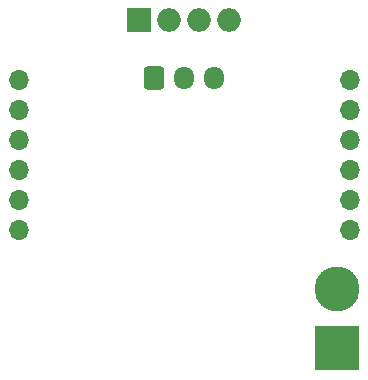
<source format=gbs>
G04 #@! TF.GenerationSoftware,KiCad,Pcbnew,7.0.1*
G04 #@! TF.CreationDate,2023-08-13T17:58:06+02:00*
G04 #@! TF.ProjectId,neopixel_cots_hat,6e656f70-6978-4656-9c5f-636f74735f68,1*
G04 #@! TF.SameCoordinates,Original*
G04 #@! TF.FileFunction,Soldermask,Bot*
G04 #@! TF.FilePolarity,Negative*
%FSLAX46Y46*%
G04 Gerber Fmt 4.6, Leading zero omitted, Abs format (unit mm)*
G04 Created by KiCad (PCBNEW 7.0.1) date 2023-08-13 17:58:06*
%MOMM*%
%LPD*%
G01*
G04 APERTURE LIST*
G04 Aperture macros list*
%AMRoundRect*
0 Rectangle with rounded corners*
0 $1 Rounding radius*
0 $2 $3 $4 $5 $6 $7 $8 $9 X,Y pos of 4 corners*
0 Add a 4 corners polygon primitive as box body*
4,1,4,$2,$3,$4,$5,$6,$7,$8,$9,$2,$3,0*
0 Add four circle primitives for the rounded corners*
1,1,$1+$1,$2,$3*
1,1,$1+$1,$4,$5*
1,1,$1+$1,$6,$7*
1,1,$1+$1,$8,$9*
0 Add four rect primitives between the rounded corners*
20,1,$1+$1,$2,$3,$4,$5,0*
20,1,$1+$1,$4,$5,$6,$7,0*
20,1,$1+$1,$6,$7,$8,$9,0*
20,1,$1+$1,$8,$9,$2,$3,0*%
G04 Aperture macros list end*
%ADD10C,3.800000*%
%ADD11R,3.800000X3.800000*%
%ADD12O,2.000000X2.000000*%
%ADD13O,1.700000X1.700000*%
%ADD14R,2.000000X2.000000*%
%ADD15RoundRect,0.250000X-0.600000X-0.725000X0.600000X-0.725000X0.600000X0.725000X-0.600000X0.725000X0*%
%ADD16O,1.700000X1.950000*%
G04 APERTURE END LIST*
D10*
X117025000Y-71250000D03*
D11*
X117025000Y-76250000D03*
D12*
X107877000Y-48455000D03*
X105337000Y-48455000D03*
D13*
X118067000Y-53535000D03*
X118067000Y-56075000D03*
X118067000Y-58615000D03*
X118067000Y-61155000D03*
X118067000Y-63695000D03*
X118067000Y-66235000D03*
X90067000Y-66235000D03*
X90067000Y-63695000D03*
X90067000Y-61155000D03*
X90067000Y-58615000D03*
X90067000Y-56075000D03*
X90067000Y-53535000D03*
D12*
X102797000Y-48455000D03*
D14*
X100257000Y-48455000D03*
D15*
X101550000Y-53375000D03*
D16*
X104050000Y-53375000D03*
X106550000Y-53375000D03*
M02*

</source>
